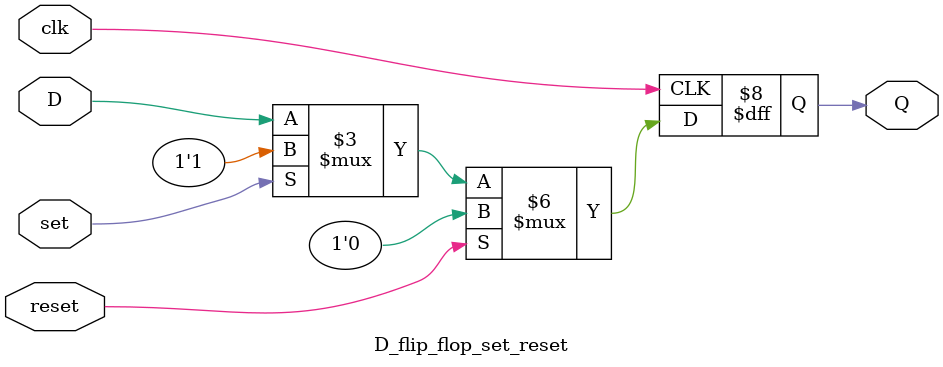
<source format=v>
`timescale 1ns / 1ps

module D_flip_flop_set_reset (
    input  wire clk,
    input  wire set,
    input  wire reset,
    input  wire D,
    output reg  Q
);

  always @(posedge clk) begin
    if (reset) Q <= 0;
    else if (set) Q <= 1;
    else Q <= D;
  end

endmodule

</source>
